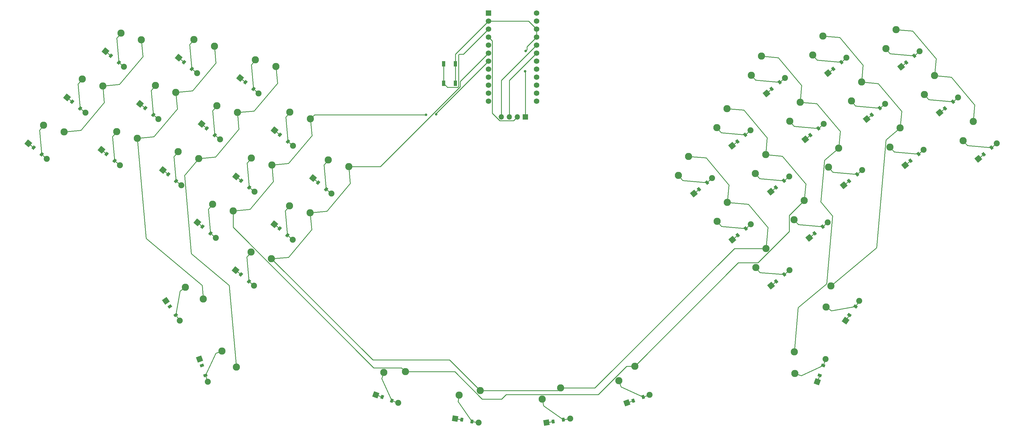
<source format=gbr>
%TF.GenerationSoftware,KiCad,Pcbnew,8.0.1*%
%TF.CreationDate,2024-05-19T15:34:10+09:00*%
%TF.ProjectId,pcb_plate,7063625f-706c-4617-9465-2e6b69636164,v1.0.0*%
%TF.SameCoordinates,Original*%
%TF.FileFunction,Copper,L1,Top*%
%TF.FilePolarity,Positive*%
%FSLAX46Y46*%
G04 Gerber Fmt 4.6, Leading zero omitted, Abs format (unit mm)*
G04 Created by KiCad (PCBNEW 8.0.1) date 2024-05-19 15:34:10*
%MOMM*%
%LPD*%
G01*
G04 APERTURE LIST*
G04 Aperture macros list*
%AMRotRect*
0 Rectangle, with rotation*
0 The origin of the aperture is its center*
0 $1 length*
0 $2 width*
0 $3 Rotation angle, in degrees counterclockwise*
0 Add horizontal line*
21,1,$1,$2,0,0,$3*%
G04 Aperture macros list end*
%TA.AperFunction,SMDPad,CuDef*%
%ADD10R,1.100000X1.800000*%
%TD*%
%TA.AperFunction,ComponentPad*%
%ADD11RotRect,1.778000X1.778000X40.000000*%
%TD*%
%TA.AperFunction,SMDPad,CuDef*%
%ADD12RotRect,0.900000X1.200000X40.000000*%
%TD*%
%TA.AperFunction,ComponentPad*%
%ADD13C,1.905000*%
%TD*%
%TA.AperFunction,ComponentPad*%
%ADD14RotRect,1.778000X1.778000X320.000000*%
%TD*%
%TA.AperFunction,SMDPad,CuDef*%
%ADD15RotRect,0.900000X1.200000X320.000000*%
%TD*%
%TA.AperFunction,ComponentPad*%
%ADD16C,2.286000*%
%TD*%
%TA.AperFunction,ComponentPad*%
%ADD17RotRect,1.778000X1.778000X20.000000*%
%TD*%
%TA.AperFunction,SMDPad,CuDef*%
%ADD18RotRect,0.900000X1.200000X20.000000*%
%TD*%
%TA.AperFunction,ComponentPad*%
%ADD19RotRect,1.778000X1.778000X305.000000*%
%TD*%
%TA.AperFunction,SMDPad,CuDef*%
%ADD20RotRect,0.900000X1.200000X305.000000*%
%TD*%
%TA.AperFunction,ComponentPad*%
%ADD21RotRect,1.778000X1.778000X55.000000*%
%TD*%
%TA.AperFunction,SMDPad,CuDef*%
%ADD22RotRect,0.900000X1.200000X55.000000*%
%TD*%
%TA.AperFunction,ComponentPad*%
%ADD23RotRect,1.778000X1.778000X350.000000*%
%TD*%
%TA.AperFunction,SMDPad,CuDef*%
%ADD24RotRect,0.900000X1.200000X350.000000*%
%TD*%
%TA.AperFunction,ComponentPad*%
%ADD25RotRect,1.778000X1.778000X290.000000*%
%TD*%
%TA.AperFunction,SMDPad,CuDef*%
%ADD26RotRect,0.900000X1.200000X290.000000*%
%TD*%
%TA.AperFunction,ComponentPad*%
%ADD27R,1.700000X1.700000*%
%TD*%
%TA.AperFunction,ComponentPad*%
%ADD28O,1.700000X1.700000*%
%TD*%
%TA.AperFunction,ComponentPad*%
%ADD29RotRect,1.778000X1.778000X10.000000*%
%TD*%
%TA.AperFunction,SMDPad,CuDef*%
%ADD30RotRect,0.900000X1.200000X10.000000*%
%TD*%
%TA.AperFunction,ComponentPad*%
%ADD31RotRect,1.778000X1.778000X340.000000*%
%TD*%
%TA.AperFunction,SMDPad,CuDef*%
%ADD32RotRect,0.900000X1.200000X340.000000*%
%TD*%
%TA.AperFunction,ComponentPad*%
%ADD33RotRect,1.778000X1.778000X70.000000*%
%TD*%
%TA.AperFunction,SMDPad,CuDef*%
%ADD34RotRect,0.900000X1.200000X70.000000*%
%TD*%
%TA.AperFunction,ComponentPad*%
%ADD35R,1.752600X1.752600*%
%TD*%
%TA.AperFunction,ComponentPad*%
%ADD36C,1.752600*%
%TD*%
%TA.AperFunction,ViaPad*%
%ADD37C,0.800000*%
%TD*%
%TA.AperFunction,Conductor*%
%ADD38C,0.250000*%
%TD*%
G04 APERTURE END LIST*
D10*
%TO.P,B1,1*%
%TO.N,GND*%
X164516091Y-136867156D03*
X164516091Y-143067149D03*
%TO.P,B1,2*%
%TO.N,RST*%
X160816091Y-136867155D03*
X160816091Y-143067148D03*
%TD*%
D11*
%TO.P,D32,1*%
%TO.N,P8*%
X264601598Y-207219468D03*
D12*
X266256255Y-205831048D03*
%TO.P,D32,2*%
%TO.N,mirror_inner_bottom*%
X268784199Y-203709846D03*
D13*
X270438856Y-202321426D03*
%TD*%
D14*
%TO.P,D4,1*%
%TO.N,P16*%
X52338383Y-164126799D03*
D15*
X53993038Y-165515218D03*
%TO.P,D4,2*%
%TO.N,ring_bottom*%
X56520986Y-167636422D03*
D13*
X58175641Y-169024841D03*
%TD*%
D16*
%TO.P,S24,1*%
%TO.N,P5*%
X293296511Y-142628264D03*
%TO.P,S24,2*%
%TO.N,mirror_ring_home*%
X290064811Y-148655718D03*
%TD*%
D11*
%TO.P,D25,1*%
%TO.N,P6*%
X282666323Y-139838549D03*
D12*
X284320980Y-138450129D03*
%TO.P,D25,2*%
%TO.N,mirror_ring_top*%
X286848924Y-136328927D03*
D13*
X288503581Y-134940507D03*
%TD*%
D16*
%TO.P,S17,1*%
%TO.N,P18*%
X95092881Y-233026463D03*
%TO.P,S17,2*%
%TO.N,space_cluster*%
X90534233Y-227928147D03*
%TD*%
D17*
%TO.P,D37,1*%
%TO.N,P9*%
X218895956Y-244430490D03*
D18*
X220925692Y-243691725D03*
%TO.P,D37,2*%
%TO.N,mirror_one_one*%
X224026676Y-242563061D03*
D13*
X226056412Y-241824296D03*
%TD*%
D14*
%TO.P,D2,1*%
%TO.N,P14*%
X41418765Y-147503751D03*
D15*
X43073420Y-148892170D03*
%TO.P,D2,2*%
%TO.N,pinky_home*%
X45601368Y-151013374D03*
D13*
X47256023Y-152401793D03*
%TD*%
D16*
%TO.P,S16,1*%
%TO.N,P5*%
X84653356Y-211496325D03*
%TO.P,S16,2*%
%TO.N,layer_cluster*%
X78930499Y-207751594D03*
%TD*%
D11*
%TO.P,D33,1*%
%TO.N,P7*%
X252356500Y-192626325D03*
D12*
X254011157Y-191237905D03*
%TO.P,D33,2*%
%TO.N,mirror_inner_home*%
X256539101Y-189116703D03*
D13*
X258193758Y-187728283D03*
%TD*%
D16*
%TO.P,S32,1*%
%TO.N,P20*%
X262986679Y-195416036D03*
%TO.P,S32,2*%
%TO.N,mirror_inner_bottom*%
X259754979Y-201443490D03*
%TD*%
%TO.P,S10,1*%
%TO.N,P19*%
X94092866Y-183517666D03*
%TO.P,S10,2*%
%TO.N,index_bottom*%
X87595803Y-181381717D03*
%TD*%
D14*
%TO.P,D15,1*%
%TO.N,P15*%
X119383518Y-173135132D03*
D15*
X121038173Y-174523551D03*
%TO.P,D15,2*%
%TO.N,inner_top*%
X123566121Y-176644755D03*
D13*
X125220776Y-178033174D03*
%TD*%
D16*
%TO.P,S29,1*%
%TO.N,P19*%
X275130807Y-180252305D03*
%TO.P,S29,2*%
%TO.N,mirror_index_bottom*%
X271899107Y-186279759D03*
%TD*%
D14*
%TO.P,D13,1*%
%TO.N,P16*%
X94893309Y-202321427D03*
D15*
X96547964Y-203709846D03*
%TO.P,D13,2*%
%TO.N,inner_bottom*%
X99075912Y-205831050D03*
D13*
X100730567Y-207219469D03*
%TD*%
D16*
%TO.P,S37,1*%
%TO.N,P19*%
X221415445Y-232786560D03*
%TO.P,S37,2*%
%TO.N,mirror_one_one*%
X216317129Y-237345208D03*
%TD*%
D11*
%TO.P,D27,1*%
%TO.N,P7*%
X275420242Y-160839538D03*
D12*
X277074899Y-159451118D03*
%TO.P,D27,2*%
%TO.N,mirror_middle_home*%
X279602843Y-157329916D03*
D13*
X281257500Y-155941496D03*
%TD*%
D16*
%TO.P,S18,1*%
%TO.N,P19*%
X148690365Y-234524026D03*
%TO.P,S18,2*%
%TO.N,one_one*%
X141854586Y-234739020D03*
%TD*%
D11*
%TO.P,D34,1*%
%TO.N,P6*%
X240111395Y-178033170D03*
D12*
X241766052Y-176644750D03*
%TO.P,D34,2*%
%TO.N,mirror_inner_top*%
X244293996Y-174523548D03*
D13*
X245948653Y-173135128D03*
%TD*%
D16*
%TO.P,S38,1*%
%TO.N,P20*%
X197909323Y-239644426D03*
%TO.P,S38,2*%
%TO.N,mirror_two_one*%
X192096860Y-243248506D03*
%TD*%
%TO.P,S26,1*%
%TO.N,P18*%
X286050429Y-163629255D03*
%TO.P,S26,2*%
%TO.N,mirror_middle_bottom*%
X282818729Y-169656709D03*
%TD*%
D19*
%TO.P,D16,1*%
%TO.N,P10*%
X72754094Y-212076360D03*
D20*
X73993021Y-213845730D03*
%TO.P,D16,2*%
%TO.N,layer_cluster*%
X75885819Y-216548928D03*
D13*
X77124746Y-218318298D03*
%TD*%
D16*
%TO.P,S8,1*%
%TO.N,P18*%
X95418356Y-152301474D03*
%TO.P,S8,2*%
%TO.N,middle_home*%
X88921293Y-150165525D03*
%TD*%
D21*
%TO.P,D35,1*%
%TO.N,P9*%
X288207425Y-218318305D03*
D22*
X289446352Y-216548938D03*
%TO.P,D35,2*%
%TO.N,mirror_layer_cluster*%
X291339150Y-213845734D03*
D13*
X292578077Y-212076367D03*
%TD*%
D16*
%TO.P,S31,1*%
%TO.N,P19*%
X250640603Y-151066016D03*
%TO.P,S31,2*%
%TO.N,mirror_index_top*%
X247408903Y-157093470D03*
%TD*%
%TO.P,S36,1*%
%TO.N,P18*%
X271976753Y-228252821D03*
%TO.P,S36,2*%
%TO.N,mirror_space_cluster*%
X272191747Y-235088600D03*
%TD*%
%TO.P,S5,1*%
%TO.N,P5*%
X75927161Y-145893622D03*
%TO.P,S5,2*%
%TO.N,ring_home*%
X69430098Y-143757673D03*
%TD*%
%TO.P,S12,1*%
%TO.N,P19*%
X118583075Y-154331376D03*
%TO.P,S12,2*%
%TO.N,index_top*%
X112086012Y-152195427D03*
%TD*%
D14*
%TO.P,D8,1*%
%TO.N,P14*%
X84074676Y-155941499D03*
D15*
X85729331Y-157329918D03*
%TO.P,D8,2*%
%TO.N,middle_home*%
X88257279Y-159451122D03*
D13*
X89911934Y-160839541D03*
%TD*%
D16*
%TO.P,S35,1*%
%TO.N,P5*%
X283592583Y-207335033D03*
%TO.P,S35,2*%
%TO.N,mirror_layer_cluster*%
X282031020Y-213993529D03*
%TD*%
D14*
%TO.P,D5,1*%
%TO.N,P14*%
X64583485Y-149533653D03*
D15*
X66238140Y-150922072D03*
%TO.P,D5,2*%
%TO.N,ring_home*%
X68766088Y-153043276D03*
D13*
X70420743Y-154431695D03*
%TD*%
D16*
%TO.P,S21,1*%
%TO.N,P4*%
X316461229Y-140598362D03*
%TO.P,S21,2*%
%TO.N,mirror_pinky_home*%
X313229529Y-146625816D03*
%TD*%
D11*
%TO.P,D29,1*%
%TO.N,P8*%
X276745727Y-192055733D03*
D12*
X278400384Y-190667313D03*
%TO.P,D29,2*%
%TO.N,mirror_index_bottom*%
X280928328Y-188546111D03*
D13*
X282582985Y-187157691D03*
%TD*%
D11*
%TO.P,D21,1*%
%TO.N,P7*%
X318076146Y-152401793D03*
D12*
X319730803Y-151013373D03*
%TO.P,D21,2*%
%TO.N,mirror_pinky_home*%
X322258747Y-148892171D03*
D13*
X323913404Y-147503751D03*
%TD*%
D16*
%TO.P,S20,1*%
%TO.N,P4*%
X328706330Y-155191513D03*
%TO.P,S20,2*%
%TO.N,mirror_pinky_bottom*%
X325474630Y-161218967D03*
%TD*%
%TO.P,S4,1*%
%TO.N,P5*%
X63682060Y-160486769D03*
%TO.P,S4,2*%
%TO.N,ring_bottom*%
X57184997Y-158350820D03*
%TD*%
D23*
%TO.P,D19,1*%
%TO.N,P10*%
X164421769Y-249350759D03*
D24*
X166548953Y-249725842D03*
%TO.P,D19,2*%
%TO.N,two_one*%
X169798819Y-250298878D03*
D13*
X171926003Y-250673961D03*
%TD*%
D16*
%TO.P,S25,1*%
%TO.N,P5*%
X281051404Y-128035122D03*
%TO.P,S25,2*%
%TO.N,mirror_ring_top*%
X277819704Y-134062576D03*
%TD*%
D14*
%TO.P,D11,1*%
%TO.N,P14*%
X94994285Y-172564548D03*
D15*
X96648940Y-173952967D03*
%TO.P,D11,2*%
%TO.N,index_home*%
X99176888Y-176074171D03*
D13*
X100831543Y-177462590D03*
%TD*%
D11*
%TO.P,D20,1*%
%TO.N,P8*%
X330321253Y-166994941D03*
D12*
X331975910Y-165606521D03*
%TO.P,D20,2*%
%TO.N,mirror_pinky_bottom*%
X334503854Y-163485319D03*
D13*
X336158511Y-162096899D03*
%TD*%
D25*
%TO.P,D17,1*%
%TO.N,P10*%
X83448946Y-230506973D03*
D26*
X84187711Y-232536709D03*
%TO.P,D17,2*%
%TO.N,space_cluster*%
X85316375Y-235637693D03*
D13*
X86055140Y-237667429D03*
%TD*%
D11*
%TO.P,D23,1*%
%TO.N,P8*%
X307156535Y-169024843D03*
D12*
X308811192Y-167636423D03*
%TO.P,D23,2*%
%TO.N,mirror_ring_bottom*%
X311339136Y-165515221D03*
D13*
X312993793Y-164126801D03*
%TD*%
D11*
%TO.P,D28,1*%
%TO.N,P6*%
X263175140Y-146246389D03*
D12*
X264829797Y-144857969D03*
%TO.P,D28,2*%
%TO.N,mirror_middle_top*%
X267357741Y-142736767D03*
D13*
X269012398Y-141348347D03*
%TD*%
D16*
%TO.P,S30,1*%
%TO.N,P19*%
X262885704Y-165659156D03*
%TO.P,S30,2*%
%TO.N,mirror_index_home*%
X259654004Y-171686610D03*
%TD*%
D14*
%TO.P,D7,1*%
%TO.N,P16*%
X71829565Y-170534646D03*
D15*
X73484220Y-171923065D03*
%TO.P,D7,2*%
%TO.N,middle_bottom*%
X76012168Y-174044269D03*
D13*
X77666823Y-175432688D03*
%TD*%
D14*
%TO.P,D9,1*%
%TO.N,P15*%
X96319779Y-141348351D03*
D15*
X97974434Y-142736770D03*
%TO.P,D9,2*%
%TO.N,middle_top*%
X100502382Y-144857974D03*
D13*
X102157037Y-146246393D03*
%TD*%
D16*
%TO.P,S1,1*%
%TO.N,P4*%
X40517342Y-158456872D03*
%TO.P,S1,2*%
%TO.N,pinky_bottom*%
X34020279Y-156320923D03*
%TD*%
D11*
%TO.P,D26,1*%
%TO.N,P8*%
X287665342Y-175432688D03*
D12*
X289319999Y-174044268D03*
%TO.P,D26,2*%
%TO.N,mirror_middle_bottom*%
X291847943Y-171923066D03*
D13*
X293502600Y-170534646D03*
%TD*%
D16*
%TO.P,S11,1*%
%TO.N,P19*%
X106337970Y-168924517D03*
%TO.P,S11,2*%
%TO.N,index_home*%
X99840907Y-166788568D03*
%TD*%
%TO.P,S27,1*%
%TO.N,P18*%
X273805327Y-149036110D03*
%TO.P,S27,2*%
%TO.N,mirror_middle_home*%
X270573627Y-155063564D03*
%TD*%
%TO.P,S19,1*%
%TO.N,P20*%
X172425673Y-240526568D03*
%TO.P,S19,2*%
%TO.N,two_one*%
X165731080Y-241925316D03*
%TD*%
%TO.P,S9,1*%
%TO.N,P18*%
X107663461Y-137708325D03*
%TO.P,S9,2*%
%TO.N,middle_top*%
X101166398Y-135572376D03*
%TD*%
D27*
%TO.P,OLED1,1*%
%TO.N,GND*%
X186716086Y-153747078D03*
D28*
%TO.P,OLED1,2*%
%TO.N,VCC*%
X184176089Y-153747077D03*
%TO.P,OLED1,3*%
%TO.N,P3*%
X181636087Y-153747078D03*
%TO.P,OLED1,4*%
%TO.N,P2*%
X179096089Y-153747077D03*
%TD*%
D29*
%TO.P,D38,1*%
%TO.N,P9*%
X193406162Y-250673961D03*
D30*
X195533347Y-250298878D03*
%TO.P,D38,2*%
%TO.N,mirror_two_one*%
X198783211Y-249725842D03*
D13*
X200910396Y-249350759D03*
%TD*%
D14*
%TO.P,D3,1*%
%TO.N,P15*%
X53663864Y-132910604D03*
D15*
X55318519Y-134299023D03*
%TO.P,D3,2*%
%TO.N,pinky_top*%
X57846467Y-136420227D03*
D13*
X59501122Y-137808646D03*
%TD*%
D11*
%TO.P,D22,1*%
%TO.N,P6*%
X305831039Y-137808649D03*
D12*
X307485696Y-136420229D03*
%TO.P,D22,2*%
%TO.N,mirror_pinky_top*%
X310013640Y-134299027D03*
D13*
X311668297Y-132910607D03*
%TD*%
D16*
%TO.P,S23,1*%
%TO.N,P5*%
X305541612Y-157221412D03*
%TO.P,S23,2*%
%TO.N,mirror_ring_bottom*%
X302309912Y-163248866D03*
%TD*%
D14*
%TO.P,D10,1*%
%TO.N,P16*%
X82749188Y-187157697D03*
D15*
X84403843Y-188546116D03*
%TO.P,D10,2*%
%TO.N,index_bottom*%
X86931791Y-190667320D03*
D13*
X88586446Y-192055739D03*
%TD*%
D11*
%TO.P,D30,1*%
%TO.N,P7*%
X264500625Y-177462588D03*
D12*
X266155282Y-176074168D03*
%TO.P,D30,2*%
%TO.N,mirror_index_home*%
X268683226Y-173952966D03*
D13*
X270337883Y-172564546D03*
%TD*%
D11*
%TO.P,D24,1*%
%TO.N,P7*%
X294911432Y-154431695D03*
D12*
X296566089Y-153043275D03*
%TO.P,D24,2*%
%TO.N,mirror_ring_home*%
X299094033Y-150922073D03*
D13*
X300748690Y-149533653D03*
%TD*%
D16*
%TO.P,S3,1*%
%TO.N,P4*%
X65007554Y-129270579D03*
%TO.P,S3,2*%
%TO.N,pinky_top*%
X58510491Y-127134630D03*
%TD*%
D14*
%TO.P,D1,1*%
%TO.N,P16*%
X29173664Y-162096897D03*
D15*
X30828319Y-163485316D03*
%TO.P,D1,2*%
%TO.N,pinky_bottom*%
X33356267Y-165606520D03*
D13*
X35010922Y-166994939D03*
%TD*%
D31*
%TO.P,D18,1*%
%TO.N,P10*%
X139275756Y-241824293D03*
D32*
X141305491Y-242563058D03*
%TO.P,D18,2*%
%TO.N,one_one*%
X144406477Y-243691722D03*
D13*
X146436212Y-244430487D03*
%TD*%
D16*
%TO.P,S22,1*%
%TO.N,P4*%
X304216124Y-126005214D03*
%TO.P,S22,2*%
%TO.N,mirror_pinky_top*%
X300984424Y-132032668D03*
%TD*%
D14*
%TO.P,D14,1*%
%TO.N,P14*%
X107138413Y-187728282D03*
D15*
X108793068Y-189116701D03*
%TO.P,D14,2*%
%TO.N,inner_home*%
X111321016Y-191237905D03*
D13*
X112975671Y-192626324D03*
%TD*%
D16*
%TO.P,S33,1*%
%TO.N,P20*%
X250741581Y-180822895D03*
%TO.P,S33,2*%
%TO.N,mirror_inner_home*%
X247509881Y-186850349D03*
%TD*%
D33*
%TO.P,D36,1*%
%TO.N,P9*%
X279277029Y-237667435D03*
D34*
X280015794Y-235637700D03*
%TO.P,D36,2*%
%TO.N,mirror_space_cluster*%
X281144458Y-232536714D03*
D13*
X281883223Y-230506979D03*
%TD*%
D16*
%TO.P,S15,1*%
%TO.N,P20*%
X130727203Y-169495107D03*
%TO.P,S15,2*%
%TO.N,inner_top*%
X124230140Y-167359158D03*
%TD*%
%TO.P,S2,1*%
%TO.N,P4*%
X52762450Y-143863732D03*
%TO.P,S2,2*%
%TO.N,pinky_home*%
X46265387Y-141727783D03*
%TD*%
D14*
%TO.P,D6,1*%
%TO.N,P15*%
X76828593Y-134940502D03*
D15*
X78483248Y-136328921D03*
%TO.P,D6,2*%
%TO.N,ring_top*%
X81011196Y-138450125D03*
D13*
X82665851Y-139838544D03*
%TD*%
D16*
%TO.P,S14,1*%
%TO.N,P20*%
X118482096Y-184088253D03*
%TO.P,S14,2*%
%TO.N,inner_home*%
X111985033Y-181952304D03*
%TD*%
%TO.P,S6,1*%
%TO.N,P5*%
X88172272Y-131300481D03*
%TO.P,S6,2*%
%TO.N,ring_top*%
X81675209Y-129164532D03*
%TD*%
%TO.P,S13,1*%
%TO.N,P20*%
X106236992Y-198681397D03*
%TO.P,S13,2*%
%TO.N,inner_bottom*%
X99739929Y-196545448D03*
%TD*%
D11*
%TO.P,D31,1*%
%TO.N,P6*%
X252255516Y-162869442D03*
D12*
X253910173Y-161481022D03*
%TO.P,D31,2*%
%TO.N,mirror_index_top*%
X256438117Y-159359820D03*
D13*
X258092774Y-157971400D03*
%TD*%
D16*
%TO.P,S7,1*%
%TO.N,P18*%
X83173254Y-166894621D03*
%TO.P,S7,2*%
%TO.N,middle_bottom*%
X76676191Y-164758672D03*
%TD*%
%TO.P,S34,1*%
%TO.N,P20*%
X238496474Y-166229743D03*
%TO.P,S34,2*%
%TO.N,mirror_inner_top*%
X235264774Y-172257197D03*
%TD*%
D35*
%TO.P,MCU1,1*%
%TO.N,RAW*%
X175046085Y-120783935D03*
D36*
%TO.P,MCU1,2*%
%TO.N,GND*%
X175046086Y-123323934D03*
%TO.P,MCU1,3*%
%TO.N,RST*%
X175046085Y-125863931D03*
%TO.P,MCU1,4*%
%TO.N,VCC*%
X175046086Y-128403934D03*
%TO.P,MCU1,5*%
%TO.N,P21*%
X175046085Y-130943932D03*
%TO.P,MCU1,6*%
%TO.N,P20*%
X175046085Y-133483933D03*
%TO.P,MCU1,7*%
%TO.N,P19*%
X175046085Y-136023933D03*
%TO.P,MCU1,8*%
%TO.N,P18*%
X175046086Y-138563934D03*
%TO.P,MCU1,9*%
%TO.N,P15*%
X175046088Y-141103933D03*
%TO.P,MCU1,10*%
%TO.N,P14*%
X175046086Y-143643934D03*
%TO.P,MCU1,11*%
%TO.N,P16*%
X175046086Y-146183933D03*
%TO.P,MCU1,12*%
%TO.N,P10*%
X175046085Y-148723931D03*
%TO.P,MCU1,13*%
%TO.N,P1*%
X190286085Y-120783935D03*
%TO.P,MCU1,14*%
%TO.N,P0*%
X190286084Y-123323933D03*
%TO.P,MCU1,15*%
%TO.N,GND*%
X190286084Y-125863932D03*
%TO.P,MCU1,16*%
X190286082Y-128403933D03*
%TO.P,MCU1,17*%
%TO.N,P2*%
X190286084Y-130943932D03*
%TO.P,MCU1,18*%
%TO.N,P3*%
X190286085Y-133483933D03*
%TO.P,MCU1,19*%
%TO.N,P4*%
X190286085Y-136023933D03*
%TO.P,MCU1,20*%
%TO.N,P5*%
X190286085Y-138563934D03*
%TO.P,MCU1,21*%
%TO.N,P6*%
X190286084Y-141103932D03*
%TO.P,MCU1,22*%
%TO.N,P7*%
X190286085Y-143643935D03*
%TO.P,MCU1,23*%
%TO.N,P8*%
X190286084Y-146183932D03*
%TO.P,MCU1,24*%
%TO.N,P9*%
X190286085Y-148723931D03*
%TD*%
D16*
%TO.P,S28,1*%
%TO.N,P18*%
X261560216Y-134442965D03*
%TO.P,S28,2*%
%TO.N,mirror_middle_top*%
X258328516Y-140470419D03*
%TD*%
D14*
%TO.P,D12,1*%
%TO.N,P15*%
X107239388Y-157971400D03*
D15*
X108894043Y-159359819D03*
%TO.P,D12,2*%
%TO.N,index_top*%
X111421991Y-161481023D03*
D13*
X113076646Y-162869442D03*
%TD*%
D37*
%TO.N,P19*%
X155200000Y-153000000D03*
X158430851Y-152830851D03*
%TO.N,GND*%
X186800000Y-132800000D03*
X186600000Y-139200000D03*
%TD*%
D38*
%TO.N,P4*%
X52762449Y-143863727D02*
X53226624Y-149169251D01*
X329170509Y-149885991D02*
X328706338Y-155191517D01*
X304216124Y-126005213D02*
X309521645Y-126469389D01*
X58067967Y-143399553D02*
X52762449Y-143863727D01*
X309521645Y-126469389D02*
X316925400Y-135292839D01*
X316461227Y-140598364D02*
X321766753Y-141062538D01*
X65007556Y-129270581D02*
X65471720Y-134576102D01*
X316925400Y-135292839D02*
X316461227Y-140598364D01*
X45822867Y-157992699D02*
X40517344Y-158456873D01*
X65471720Y-134576102D02*
X58067967Y-143399553D01*
X321766753Y-141062538D02*
X329170509Y-149885991D01*
X53226624Y-149169251D02*
X45822867Y-157992699D01*
%TO.N,pinky_bottom*%
X34020278Y-156320921D02*
X32683197Y-157914393D01*
X32683197Y-157914393D02*
X33356161Y-165606432D01*
X33356161Y-165606432D02*
X35010922Y-166994934D01*
X33356266Y-165606519D02*
X35010922Y-166994934D01*
%TO.N,pinky_home*%
X46265384Y-141727774D02*
X44928298Y-143321251D01*
X45601263Y-151013290D02*
X47256018Y-152401793D01*
X45601365Y-151013372D02*
X47256018Y-152401793D01*
X44928298Y-143321251D02*
X45601263Y-151013290D01*
%TO.N,pinky_top*%
X58510491Y-127134626D02*
X57173408Y-128728103D01*
X57846374Y-136420143D02*
X59501121Y-137808645D01*
X57173408Y-128728103D02*
X57846374Y-136420143D01*
X57846469Y-136420228D02*
X59501121Y-137808645D01*
%TO.N,P5*%
X298602035Y-143092436D02*
X306005787Y-151915887D01*
X75927167Y-145893624D02*
X76391339Y-151199149D01*
X76391339Y-151199149D02*
X68987586Y-160022598D01*
X81232688Y-145429452D02*
X75927167Y-145893624D01*
X293760681Y-137322751D02*
X293296512Y-142628267D01*
X306005787Y-151915887D02*
X305541613Y-157221411D01*
X293296512Y-142628267D02*
X298602035Y-143092436D01*
X301032625Y-161004902D02*
X298039863Y-195212322D01*
X84274126Y-207161666D02*
X84653356Y-211496325D01*
X305541613Y-157221411D02*
X301032625Y-161004902D01*
X281051405Y-128035123D02*
X286356930Y-128499295D01*
X66457647Y-192211869D02*
X84274126Y-207161666D01*
X88636445Y-136606004D02*
X81232688Y-145429452D01*
X68987586Y-160022598D02*
X63682060Y-160486773D01*
X88172271Y-131300480D02*
X88636445Y-136606004D01*
X286356930Y-128499295D02*
X293760681Y-137322751D01*
X63682060Y-160486773D02*
X66457647Y-192211869D01*
X298039863Y-195212322D02*
X283592583Y-207335026D01*
%TO.N,ring_bottom*%
X56520881Y-167636338D02*
X58175636Y-169024843D01*
X55847916Y-159944298D02*
X56520881Y-167636338D01*
X57184994Y-158350823D02*
X55847916Y-159944298D01*
X56520985Y-167636423D02*
X58175636Y-169024843D01*
%TO.N,ring_home*%
X68765985Y-153043190D02*
X70420741Y-154431696D01*
X69430106Y-143757675D02*
X68093020Y-145351149D01*
X68093020Y-145351149D02*
X68765985Y-153043190D01*
X68766090Y-153043276D02*
X70420741Y-154431696D01*
%TO.N,ring_top*%
X81011091Y-138450046D02*
X82665850Y-139838550D01*
X80338125Y-130758004D02*
X81011091Y-138450046D01*
X81675206Y-129164531D02*
X80338125Y-130758004D01*
X81011191Y-138450131D02*
X82665850Y-139838550D01*
%TO.N,P18*%
X95882526Y-157606995D02*
X88478773Y-166430447D01*
X92825555Y-207110882D02*
X95092875Y-233026465D01*
X273805325Y-149036111D02*
X279110850Y-149500286D01*
X286514601Y-158323735D02*
X286050430Y-163629257D01*
X286050430Y-163629257D02*
X281541436Y-167412750D01*
X281541436Y-167412750D02*
X280383069Y-180652997D01*
X108127628Y-143013849D02*
X100723882Y-151837296D01*
X100723882Y-151837296D02*
X95418356Y-152301467D01*
X279110850Y-149500286D02*
X286514601Y-158323735D01*
X266865741Y-134907138D02*
X274269501Y-143730596D01*
X88478773Y-166430447D02*
X83173249Y-166894616D01*
X280383069Y-180652997D02*
X284104880Y-185088483D01*
X95418356Y-152301467D02*
X95882526Y-157606995D01*
X284104880Y-185088483D02*
X282219793Y-206635161D01*
X78671587Y-172259488D02*
X80840872Y-197054536D01*
X107663458Y-137708322D02*
X108127628Y-143013849D01*
X273206358Y-214198326D02*
X271976754Y-228252822D01*
X261560218Y-134442967D02*
X266865741Y-134907138D01*
X83173249Y-166894616D02*
X78671587Y-172259488D01*
X274269501Y-143730596D02*
X273805325Y-149036111D01*
X282219793Y-206635161D02*
X273206358Y-214198326D01*
X80840872Y-197054536D02*
X92825555Y-207110882D01*
%TO.N,middle_bottom*%
X76012069Y-174044181D02*
X77666825Y-175432686D01*
X76676189Y-164758667D02*
X75339102Y-166352145D01*
X75339102Y-166352145D02*
X76012069Y-174044181D01*
X76012172Y-174044268D02*
X77666825Y-175432686D01*
%TO.N,middle_home*%
X88921289Y-150165522D02*
X87584213Y-151758995D01*
X88257175Y-159451035D02*
X89911932Y-160839545D01*
X88257274Y-159451122D02*
X89911932Y-160839545D01*
X87584213Y-151758995D02*
X88257175Y-159451035D01*
%TO.N,middle_top*%
X100502387Y-144857973D02*
X102157035Y-146246398D01*
X100502275Y-144857886D02*
X102157035Y-146246398D01*
X99829315Y-137165849D02*
X100502275Y-144857886D01*
X101166395Y-135572376D02*
X99829315Y-137165849D01*
%TO.N,P19*%
X164347065Y-234524026D02*
X173023039Y-243200000D01*
X263349876Y-160353635D02*
X262885704Y-165659156D01*
X148690365Y-234524026D02*
X164347065Y-234524026D01*
X262885704Y-165659156D02*
X268191229Y-166123331D01*
X147437359Y-233271020D02*
X138671020Y-233271020D01*
X275594983Y-174946781D02*
X275130808Y-180252304D01*
X221415445Y-232786560D02*
X254226515Y-199975490D01*
X255946127Y-151530187D02*
X263349876Y-160353635D01*
X250640605Y-151066012D02*
X255946127Y-151530187D01*
X270400000Y-184983112D02*
X275130807Y-180252305D01*
X99398389Y-183053488D02*
X94092861Y-183517665D01*
X180619494Y-241780506D02*
X209805764Y-241780506D01*
X106802139Y-174230041D02*
X99398389Y-183053488D01*
X94092866Y-188692866D02*
X94092866Y-183517666D01*
X119047246Y-159636896D02*
X111643489Y-168460344D01*
X111643489Y-168460344D02*
X106337965Y-168924522D01*
X209805764Y-241780506D02*
X218799710Y-232786560D01*
X173023039Y-243200000D02*
X179200000Y-243200000D01*
X118583069Y-154331372D02*
X119047246Y-159636896D01*
X268191229Y-166123331D02*
X275594983Y-174946781D01*
X138671020Y-233271020D02*
X94092866Y-188692866D01*
X179200000Y-243200000D02*
X180619494Y-241780506D01*
X260503291Y-199975490D02*
X270400000Y-190078781D01*
X175046085Y-136023933D02*
X158430851Y-152639167D01*
X158430851Y-152639167D02*
X158430851Y-152830851D01*
X270400000Y-190078781D02*
X270400000Y-184983112D01*
X148690365Y-234524026D02*
X147437359Y-233271020D01*
X254226515Y-199975490D02*
X260503291Y-199975490D01*
X119914451Y-153000000D02*
X118583075Y-154331376D01*
X106337965Y-168924522D02*
X106802139Y-174230041D01*
X218799710Y-232786560D02*
X221415445Y-232786560D01*
X155200000Y-153000000D02*
X119914451Y-153000000D01*
%TO.N,index_bottom*%
X87595803Y-181381716D02*
X86258718Y-182975192D01*
X86931684Y-190667232D02*
X88586443Y-192055738D01*
X86258718Y-182975192D02*
X86931684Y-190667232D01*
X86931787Y-190667316D02*
X88586443Y-192055738D01*
%TO.N,index_home*%
X98503821Y-168382044D02*
X99176791Y-176074083D01*
X99840904Y-166788569D02*
X98503821Y-168382044D01*
X99176791Y-176074083D02*
X100831546Y-177462588D01*
X99176893Y-176074170D02*
X100831546Y-177462588D01*
%TO.N,index_top*%
X111421895Y-161480938D02*
X113076650Y-162869440D01*
X110748926Y-153788896D02*
X111421895Y-161480938D01*
X112086018Y-152195421D02*
X110748926Y-153788896D01*
X111421996Y-161481023D02*
X113076650Y-162869440D01*
%TO.N,P20*%
X140741289Y-169495107D02*
X130727203Y-169495107D01*
X111599556Y-198212234D02*
X106236993Y-198681400D01*
X208755574Y-239644426D02*
X252983964Y-195416036D01*
X263568693Y-188763670D02*
X262986682Y-195416038D01*
X238496479Y-166229746D02*
X244021772Y-166713144D01*
X197909323Y-239644426D02*
X208755574Y-239644426D01*
X197027181Y-240526568D02*
X197909323Y-239644426D01*
X251224981Y-175297598D02*
X250741581Y-180822889D01*
X250741581Y-180822889D02*
X257393947Y-181404897D01*
X130727200Y-169495103D02*
X131191372Y-174800633D01*
X162699105Y-230800000D02*
X138355595Y-230800000D01*
X166050000Y-144186396D02*
X140741289Y-169495107D01*
X138355595Y-230800000D02*
X106236992Y-198681397D01*
X257393947Y-181404897D02*
X263568693Y-188763670D01*
X244021772Y-166713144D02*
X251224981Y-175297598D01*
X175046085Y-133483933D02*
X166050000Y-142480018D01*
X252983964Y-195416036D02*
X262986679Y-195416036D01*
X123787617Y-183624078D02*
X118482099Y-184088249D01*
X118482099Y-184088249D02*
X118951260Y-189450814D01*
X172425673Y-240526568D02*
X197027181Y-240526568D01*
X131191372Y-174800633D02*
X123787617Y-183624078D01*
X166050000Y-142480018D02*
X166050000Y-144186396D01*
X172425673Y-240526568D02*
X162699105Y-230800000D01*
X118951260Y-189450814D02*
X111599556Y-198212234D01*
%TO.N,inner_bottom*%
X99075810Y-205830964D02*
X100730570Y-207219469D01*
X98402846Y-198138922D02*
X99075810Y-205830964D01*
X99075912Y-205831048D02*
X100730570Y-207219469D01*
X99739931Y-196545447D02*
X98402846Y-198138922D01*
%TO.N,inner_home*%
X111321018Y-191237903D02*
X112975670Y-192626322D01*
X111985034Y-181952299D02*
X110647946Y-183545777D01*
X111320918Y-191237812D02*
X112975670Y-192626322D01*
X110647946Y-183545777D02*
X111320918Y-191237812D01*
%TO.N,inner_top*%
X124230137Y-167359160D02*
X122893054Y-168952632D01*
X123566125Y-176644750D02*
X125220774Y-178033174D01*
X122893054Y-168952632D02*
X123566021Y-176644668D01*
X123566021Y-176644668D02*
X125220774Y-178033174D01*
%TO.N,layer_cluster*%
X75885748Y-216548828D02*
X77124742Y-218318299D01*
X78930498Y-207751595D02*
X77226553Y-208944712D01*
X77226553Y-208944712D02*
X75885748Y-216548828D01*
%TO.N,space_cluster*%
X85316334Y-235637582D02*
X86055144Y-237667432D01*
X88579545Y-228639592D02*
X85316334Y-235637582D01*
X90534228Y-227928150D02*
X88579545Y-228639592D01*
%TO.N,one_one*%
X146436211Y-244430484D02*
X146436212Y-244430490D01*
X141143139Y-236693704D02*
X144406351Y-243691681D01*
X144406351Y-243691681D02*
X146436212Y-244430490D01*
X141854588Y-234739020D02*
X141143139Y-236693704D01*
X144406480Y-243691723D02*
X146436211Y-244430484D01*
%TO.N,two_one*%
X165369868Y-243973842D02*
X165731080Y-241925315D01*
X171926002Y-250673955D02*
X171926004Y-250673957D01*
X169798690Y-250298854D02*
X165369868Y-243973842D01*
X169798821Y-250298878D02*
X171926002Y-250673955D01*
X171926004Y-250673957D02*
X169798690Y-250298854D01*
%TO.N,mirror_pinky_bottom*%
X334503855Y-163485314D02*
X336158508Y-162096896D01*
X325474631Y-161218967D02*
X326811718Y-162812443D01*
X326811718Y-162812443D02*
X334503744Y-163485407D01*
X334503744Y-163485407D02*
X336158508Y-162096896D01*
%TO.N,mirror_pinky_home*%
X322258644Y-148892257D02*
X323913403Y-147503751D01*
X314566609Y-148219295D02*
X322258644Y-148892257D01*
X313229526Y-146625813D02*
X314566609Y-148219295D01*
X322258747Y-148892171D02*
X323913403Y-147503751D01*
%TO.N,mirror_pinky_top*%
X300984419Y-132032668D02*
X302321507Y-133626142D01*
X302321507Y-133626142D02*
X310013548Y-134299111D01*
X310013548Y-134299111D02*
X311668297Y-132910609D01*
X310013643Y-134299026D02*
X311668297Y-132910609D01*
%TO.N,mirror_ring_bottom*%
X302309914Y-163248860D02*
X303646997Y-164842340D01*
X303646997Y-164842340D02*
X311339033Y-165515301D01*
X311339137Y-165515221D02*
X312993792Y-164126801D01*
X311339033Y-165515301D02*
X312993792Y-164126801D01*
%TO.N,mirror_ring_home*%
X290064807Y-148655720D02*
X291401895Y-150249193D01*
X299093926Y-150922159D02*
X300748687Y-149533649D01*
X299094031Y-150922070D02*
X300748687Y-149533649D01*
X291401895Y-150249193D02*
X299093926Y-150922159D01*
%TO.N,mirror_ring_top*%
X277819701Y-134062576D02*
X279156788Y-135656052D01*
X286848822Y-136329015D02*
X288503582Y-134940509D01*
X286848927Y-136328929D02*
X288503582Y-134940509D01*
X279156788Y-135656052D02*
X286848822Y-136329015D01*
%TO.N,mirror_middle_bottom*%
X291847948Y-171923067D02*
X293502601Y-170534648D01*
X282818728Y-169656713D02*
X284155811Y-171250184D01*
X291847847Y-171923150D02*
X293502601Y-170534648D01*
X284155811Y-171250184D02*
X291847847Y-171923150D01*
%TO.N,mirror_middle_home*%
X279602844Y-157329918D02*
X281257499Y-155941498D01*
X271910709Y-156657041D02*
X279602743Y-157330002D01*
X279602743Y-157330002D02*
X281257499Y-155941498D01*
X270573625Y-155063563D02*
X271910709Y-156657041D01*
%TO.N,mirror_middle_top*%
X258328513Y-140470418D02*
X259665601Y-142063893D01*
X267357631Y-142736860D02*
X269012392Y-141348350D01*
X267357739Y-142736768D02*
X269012392Y-141348350D01*
X259665601Y-142063893D02*
X267357631Y-142736860D01*
%TO.N,mirror_index_bottom*%
X280928229Y-188546195D02*
X282582983Y-187157691D01*
X273236192Y-187873231D02*
X280928229Y-188546195D01*
X271899106Y-186279754D02*
X273236192Y-187873231D01*
X280928324Y-188546112D02*
X282582983Y-187157691D01*
%TO.N,mirror_index_home*%
X259654001Y-171686607D02*
X260991085Y-173280081D01*
X268683225Y-173952966D02*
X270337883Y-172564545D01*
X268683126Y-173953051D02*
X270337883Y-172564545D01*
X260991085Y-173280081D02*
X268683126Y-173953051D01*
%TO.N,mirror_index_top*%
X256438021Y-159359907D02*
X258092774Y-157971402D01*
X248745984Y-158686941D02*
X256438021Y-159359907D01*
X247408904Y-157093464D02*
X248745984Y-158686941D01*
X256438125Y-159359823D02*
X258092774Y-157971402D01*
%TO.N,mirror_inner_bottom*%
X259754978Y-201443488D02*
X261092064Y-203036964D01*
X268784204Y-203709847D02*
X270438859Y-202321426D01*
X261092064Y-203036964D02*
X268784104Y-203709931D01*
X268784104Y-203709931D02*
X270438859Y-202321426D01*
%TO.N,mirror_inner_home*%
X248846963Y-188443822D02*
X256538997Y-189116783D01*
X256539098Y-189116700D02*
X258193756Y-187728279D01*
X256538997Y-189116783D02*
X258193756Y-187728279D01*
X247509879Y-186850344D02*
X248846963Y-188443822D01*
%TO.N,mirror_inner_top*%
X236601858Y-173850673D02*
X244293891Y-174523639D01*
X235264777Y-172257197D02*
X236601858Y-173850673D01*
X244293891Y-174523639D02*
X245948654Y-173135130D01*
X244293997Y-174523545D02*
X245948654Y-173135130D01*
%TO.N,mirror_layer_cluster*%
X291339080Y-213845837D02*
X292578081Y-212076368D01*
X291339154Y-213845735D02*
X292578081Y-212076368D01*
X282031020Y-213993529D02*
X283734968Y-215186647D01*
X283734968Y-215186647D02*
X291339080Y-213845837D01*
%TO.N,mirror_space_cluster*%
X272191747Y-235088602D02*
X274146430Y-235800047D01*
X281883221Y-230506980D02*
X281144458Y-232536717D01*
X281144416Y-232536832D02*
X281883221Y-230506980D01*
X274146430Y-235800047D02*
X281144416Y-232536832D01*
%TO.N,mirror_one_one*%
X217028576Y-239299895D02*
X224026554Y-242563104D01*
X216317127Y-237345207D02*
X217028576Y-239299895D01*
X224026554Y-242563104D02*
X226056411Y-241824296D01*
X224026675Y-242563061D02*
X226056410Y-241824298D01*
X226056410Y-241824298D02*
X226056411Y-241824296D01*
%TO.N,mirror_two_one*%
X198783211Y-249725841D02*
X200910394Y-249350762D01*
X200910394Y-249350762D02*
X200910395Y-249350760D01*
X198783091Y-249725862D02*
X200910395Y-249350760D01*
X192458069Y-245297035D02*
X198783091Y-249725862D01*
X192096860Y-243248507D02*
X192458069Y-245297035D01*
%TO.N,P16*%
X71829570Y-170534645D02*
X73484227Y-171923066D01*
X94893311Y-202321431D02*
X96547967Y-203709848D01*
X52338385Y-164126799D02*
X53993045Y-165515227D01*
X82749188Y-187157693D02*
X84403835Y-188546116D01*
X29173658Y-162096894D02*
X30828318Y-163485318D01*
%TO.N,P14*%
X64583484Y-149533650D02*
X66238139Y-150922076D01*
X107138411Y-187728279D02*
X108793071Y-189116706D01*
X84074670Y-155941499D02*
X85729330Y-157329917D01*
X41418762Y-147503751D02*
X43073418Y-148892173D01*
X94994290Y-172564546D02*
X96648943Y-173952968D01*
%TO.N,P15*%
X53663866Y-132910608D02*
X55318521Y-134299027D01*
X107239393Y-157971400D02*
X108894048Y-159359825D01*
X96319781Y-141348349D02*
X97974433Y-142736774D01*
X119383523Y-173135128D02*
X121038179Y-174523549D01*
X76828588Y-134940506D02*
X78483243Y-136328928D01*
%TO.N,P10*%
X139275757Y-241824294D02*
X141305490Y-242563056D01*
X141305490Y-242563056D02*
X141305490Y-242563060D01*
X164421772Y-249350758D02*
X166548951Y-249725837D01*
X166548951Y-249725837D02*
X166548954Y-249725843D01*
%TO.N,P8*%
X330321251Y-166994942D02*
X331975905Y-165606518D01*
X264601602Y-207219468D02*
X266256259Y-205831046D01*
X276745728Y-192055734D02*
X278400383Y-190667314D01*
X287665347Y-175432686D02*
X289320001Y-174044270D01*
X307156531Y-169024840D02*
X308811191Y-167636419D01*
%TO.N,P7*%
X275420244Y-160839539D02*
X277074898Y-159451123D01*
X264500626Y-177462586D02*
X266155280Y-176074165D01*
X318076151Y-152401795D02*
X319730802Y-151013369D01*
X294911430Y-154431692D02*
X296566088Y-153043271D01*
X252356496Y-192626323D02*
X254011153Y-191237901D01*
%TO.N,P6*%
X282666326Y-139838552D02*
X284320982Y-138450128D01*
X240111395Y-178033168D02*
X241766053Y-176644749D01*
X263175140Y-146246395D02*
X264829794Y-144857969D01*
X252255520Y-162869441D02*
X253910175Y-161481026D01*
X305831042Y-137808652D02*
X307485698Y-136420227D01*
%TO.N,P9*%
X218895957Y-244430491D02*
X220925691Y-243691727D01*
X220925691Y-243691727D02*
X220925692Y-243691725D01*
X193406163Y-250673960D02*
X195533347Y-250298880D01*
X280015794Y-235637704D02*
X279277029Y-237667439D01*
X288207427Y-218318305D02*
X289446356Y-216548938D01*
X195533347Y-250298880D02*
X195533348Y-250298879D01*
%TO.N,GND*%
X164516091Y-133853929D02*
X175046086Y-123323934D01*
X186716086Y-153747078D02*
X186716086Y-139316086D01*
X164516091Y-136867156D02*
X164516091Y-143067149D01*
X186800000Y-132800000D02*
X187200000Y-132400000D01*
X186716086Y-139316086D02*
X186600000Y-139200000D01*
X187746086Y-123323934D02*
X190286084Y-125863932D01*
X187200000Y-131490015D02*
X190286082Y-128403933D01*
X190286084Y-128403931D02*
X190286082Y-128403933D01*
X190286084Y-125863932D02*
X190286084Y-128403931D01*
X175046086Y-123323934D02*
X187746086Y-123323934D01*
X187200000Y-132400000D02*
X187200000Y-131490015D01*
X164516091Y-136867156D02*
X164516091Y-133853929D01*
%TO.N,RST*%
X160816091Y-136867155D02*
X160816091Y-143067148D01*
X165600000Y-134000000D02*
X165800000Y-133800000D01*
X167110016Y-133800000D02*
X175046085Y-125863931D01*
X162041092Y-144292149D02*
X165307851Y-144292149D01*
X165307851Y-144292149D02*
X165600000Y-144000000D01*
X165600000Y-144000000D02*
X165600000Y-134000000D01*
X165800000Y-133800000D02*
X167110016Y-133800000D01*
X160816091Y-143067148D02*
X162041092Y-144292149D01*
%TO.N,VCC*%
X184176089Y-153747077D02*
X183001089Y-154922077D01*
X183001089Y-154922077D02*
X178609388Y-154922077D01*
X176247385Y-152560074D02*
X176247385Y-129605233D01*
X176247385Y-129605233D02*
X175046086Y-128403934D01*
X178609388Y-154922077D02*
X176247385Y-152560074D01*
%TO.N,P2*%
X179096089Y-153747077D02*
X179096089Y-142133927D01*
X179096089Y-142133927D02*
X190286084Y-130943932D01*
%TO.N,P3*%
X181636087Y-142133931D02*
X181636087Y-153747078D01*
X190286085Y-133483933D02*
X181636087Y-142133931D01*
%TD*%
M02*

</source>
